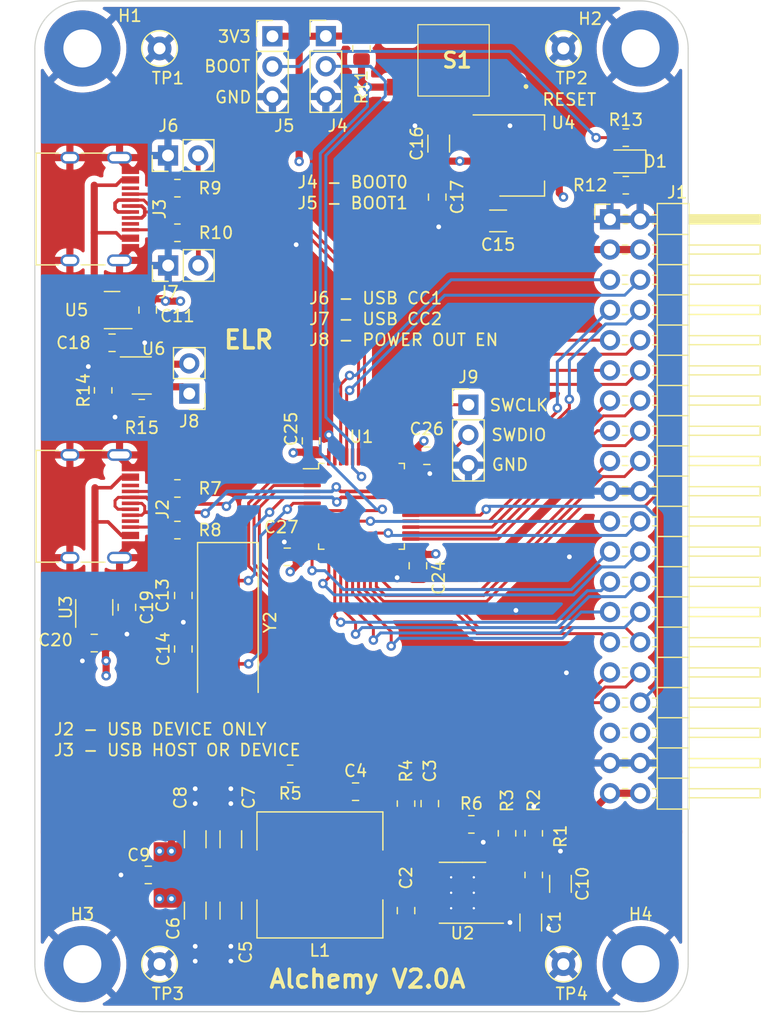
<source format=kicad_pcb>
(kicad_pcb (version 20211014) (generator pcbnew)
  (layers (0 "F.Cu" signal) (1 "In1.Cu" signal) (2 "In2.Cu" signal) (31 "B.Cu" signal) (34 "B.Paste" user) (35 "F.Paste" user) (36 "B.SilkS" user "B.Silkscreen") (37 "F.SilkS" user "F.Silkscreen") (38 "B.Mask" user) (39 "F.Mask" user) (44 "Edge.Cuts" user))
  (net 0 "")
  (net 1 "+3V3")
  (net 2 "Net-(C13-Pad1)")
  (net 3 "Net-(C14-Pad1)")
  (net 4 "Net-(D1-Pad1)")
  (net 5 "/I2C1_SDA")
  (net 6 "/I2C1_SCL")
  (net 7 "/UART1_RX")
  (net 8 "/UART1_TX")
  (net 9 "/SPI1_MOSI")
  (net 10 "/SPI1_MISO")
  (net 11 "/SPI1_SCK")
  (net 12 "/SPI1_NCS")
  (net 13 "/SPI2_MOSI")
  (net 14 "/SPI2_MISO")
  (net 15 "/SPI2_SCK")
  (net 16 "/SPI2_NCS")
  (net 17 "/I2C2_SDA")
  (net 18 "/I2C2_SCL")
  (net 19 "/ADC0")
  (net 20 "/ADC1")
  (net 21 "/ADC2")
  (net 22 "/ADC3")
  (net 23 "/ADC4")
  (net 24 "/ADC5")
  (net 25 "/ADC6")
  (net 26 "/ADC7")
  (net 27 "/ADC8")
  (net 28 "/ADC9")
  (net 29 "/GPIO0")
  (net 30 "/GPIO1")
  (net 31 "/GPIO2")
  (net 32 "/GPIO3")
  (net 33 "Net-(J2-PadA5)")
  (net 34 "/USB1DP")
  (net 35 "/USB1DM")
  (net 37 "Net-(J2-PadB5)")
  (net 39 "Net-(J3-PadA5)")
  (net 41 "Net-(J3-PadB5)")
  (net 43 "/BOOT0")
  (net 44 "Net-(J5-Pad2)")
  (net 45 "/~RESET")
  (net 46 "/BOOT1")
  (net 49 "Net-(C18-Pad1)")
  (net 50 "Net-(C19-Pad1)")
  (net 51 "Net-(R14-Pad1)")
  (net 54 "Net-(C2-Pad2)")
  (net 55 "Net-(R1-Pad1)")
  (net 57 "Net-(R3-Pad2)")
  (net 58 "Net-(C3-Pad1)")
  (net 59 "Net-(C2-Pad1)")
  (net 60 "GND")
  (net 61 "/VM")
  (net 62 "Net-(C3-Pad2)")
  (net 63 "+5V")
  (net 64 "/USB2DP")
  (net 65 "/USB2DM")
  (net 66 "Net-(R9-Pad2)")
  (net 67 "Net-(R10-Pad2)")
  (net 68 "Net-(J8-Pad1)")
  (net 69 "/SWCLK")
  (net 70 "/SWDIO")
  (footprint "Capacitor_SMD:C_0805_2012Metric" (layer "F.Cu") (at 154.25 102.5 -90)
    (fp_text reference "C24")
    (fp_text value "0.1u" hide)
  )
  (footprint "Capacitor_SMD:C_0805_2012Metric" (layer "F.Cu") (at 131.5 81 -90)
    (fp_text reference "C11")
    (fp_text value "0.1u")
  )
  (footprint "Connector_USB:USB_C_Receptacle_HRO_TYPE-C-31-M-12" (layer "F.Cu") (at 126 72.5 -90)
    (fp_text reference "J3")
    (fp_text value "USB_C_Receptacle_USB2.0" hide)
  )
  (footprint "LED_SMD:LED_0805_2012Metric" (layer "F.Cu") (at 171.75 68.5 180)
    (fp_text reference "D1")
    (fp_text value "ORANGE" hide)
  )
  (footprint "TestPoint:TestPoint_Loop_D2.50mm_Drill1.0mm" (layer "F.Cu") (at 132.5 136)
    (fp_text reference "TP3")
    (fp_text value "TestPoint")
  )
  (footprint "SamacSys_Parts:LL3301NF065QG" (layer "F.Cu") (at 157.25 60 180)
    (fp_text reference "S1")
    (fp_text value "LL3301NF065QG" hide)
  )
  (footprint "Resistor_SMD:R_0805_2012Metric" (layer "F.Cu") (at 134 99.5)
    (fp_text reference "R8")
    (fp_text value "5K1" hide)
  )
  (footprint "Connector_PinHeader_2.54mm:PinHeader_1x02_P2.54mm_Vertical" (layer "F.Cu") (at 133.21 68 90)
    (fp_text reference "J6")
    (fp_text value "Conn_01x02")
  )
  (footprint "MountingHole:MountingHole_3.2mm_M3_Pad" (layer "F.Cu") (at 126 136)
    (fp_text reference "H3")
    (fp_text value "MountingHole_Pad")
  )
  (footprint "Resistor_SMD:R_0805_2012Metric" (layer "F.Cu") (at 134 96)
    (fp_text reference "R7")
    (fp_text value "5K1" hide)
  )
  (footprint "Capacitor_SMD:C_0805_2012Metric" (layer "F.Cu") (at 155.25 122.5 90)
    (fp_text reference "C3")
    (fp_text value "2.2n" hide)
  )
  (footprint "Resistor_SMD:R_0805_2012Metric" (layer "F.Cu") (at 171.75 66.5 180)
    (fp_text reference "R13")
    (fp_text value "4.7K" hide)
  )
  (footprint "Inductor_SMD:L_10.4x10.4_H4.8" (layer "F.Cu") (at 146 128.5 180)
    (fp_text reference "L1")
    (fp_text value "100u" hide)
  )
  (footprint "Capacitor_SMD:C_1206_3216Metric" (layer "F.Cu") (at 138.5 125.5 -90)
    (fp_text reference "C7")
    (fp_text value "22u" hide)
  )
  (footprint "Resistor_SMD:R_0805_2012Metric" (layer "F.Cu") (at 161.75 125 -90)
    (fp_text reference "R3")
    (fp_text value "100k" hide)
  )
  (footprint "Connector_PinHeader_2.54mm:PinHeader_2x20_P2.54mm_Horizontal" (layer "F.Cu") (at 170.42 73.37)
    (fp_text reference "J1")
    (fp_text value "Conn_02x20_Odd_Even")
  )
  (footprint "Capacitor_SMD:C_0805_2012Metric" (layer "F.Cu") (at 149 121.5 180)
    (fp_text reference "C4")
    (fp_text value "2.2n" hide)
  )
  (footprint "Capacitor_SMD:C_0805_2012Metric" (layer "F.Cu") (at 134.5 105 -90)
    (fp_text reference "C13")
    (fp_text value "20p" hide)
  )
  (footprint "Capacitor_SMD:C_1206_3216Metric" (layer "F.Cu") (at 138.5 131.5 90)
    (fp_text reference "C5")
    (fp_text value "22u" hide)
  )
  (footprint "Capacitor_SMD:C_0805_2012Metric" (layer "F.Cu") (at 128.5 83.75)
    (fp_text reference "C18")
    (fp_text value "0.1u" hide)
  )
  (footprint "TestPoint:TestPoint_Loop_D2.50mm_Drill1.0mm" (layer "F.Cu") (at 166.5 136)
    (fp_text reference "TP4")
    (fp_text value "TestPoint")
  )
  (footprint "Resistor_SMD:R_0805_2012Metric" (layer "F.Cu") (at 164 128.5 -90)
    (fp_text reference "R1")
    (fp_text value "100k" hide)
  )
  (footprint "Resistor_SMD:R_0805_2012Metric" (layer "F.Cu") (at 143.5 120 180)
    (fp_text reference "R5")
    (fp_text value "330k" hide)
  )
  (footprint "Connector_PinHeader_2.54mm:PinHeader_1x02_P2.54mm_Vertical" (layer "F.Cu") (at 135 88.025 180)
    (fp_text reference "J8")
    (fp_text value "Conn_01x02")
  )
  (footprint "Connector_PinHeader_2.54mm:PinHeader_1x02_P2.54mm_Vertical" (layer "F.Cu") (at 133.225 77.25 90)
    (fp_text reference "J7")
    (fp_text value "Conn_01x02")
  )
  (footprint "Capacitor_SMD:C_1206_3216Metric" (layer "F.Cu") (at 135.5 131.5 90)
    (fp_text reference "C6")
    (fp_text value "22u" hide)
  )
  (footprint "Resistor_SMD:R_0805_2012Metric" (layer "F.Cu") (at 134 74.5)
    (fp_text reference "R10")
    (fp_text value "5K1" hide)
  )
  (footprint "Connector_PinHeader_2.54mm:PinHeader_1x03_P2.54mm_Vertical" (layer "F.Cu") (at 142 57.975)
    (fp_text reference "J5")
    (fp_text value "Conn_01x03" hide)
  )
  (footprint "Resistor_SMD:R_0805_2012Metric" (layer "F.Cu") (at 153.25 122.5 90)
    (fp_text reference "R4")
    (fp_text value "560k" hide)
  )
  (footprint "Connector_PinHeader_2.54mm:PinHeader_1x03_P2.54mm_Vertical" (layer "F.Cu") (at 146.5 57.96)
    (fp_text reference "J4")
    (fp_text value "Conn_01x03" hide)
  )
  (footprint "Capacitor_SMD:C_0805_2012Metric" (layer "F.Cu") (at 127 109 180)
    (fp_text reference "C20")
    (fp_text value "0.1u" hide)
  )
  (footprint "TestPoint:TestPoint_Loop_D2.50mm_Drill1.0mm" (layer "F.Cu") (at 132.5 59)
    (fp_text reference "TP1")
    (fp_text value "TestPoint")
  )
  (footprint "Package_TO_SOT_SMD:SOT-23" (layer "F.Cu") (at 128.5 81 180)
    (fp_text reference "U5")
    (fp_text value "CH213K")
  )
  (footprint "Capacitor_SMD:C_0805_2012Metric" (layer "F.Cu") (at 155.875 71.5 -90)
    (fp_text reference "C17")
    (fp_text value "1u" hide)
  )
  (footprint "Capacitor_SMD:C_0805_2012Metric" (layer "F.Cu") (at 145.25 92 90)
    (fp_text reference "C25")
    (fp_text value "0.1u" hide)
  )
  (footprint "Resistor_SMD:R_0805_2012Metric" (layer "F.Cu") (at 127.75 87.75 90)
    (fp_text reference "R14")
    (fp_text value "4.7k")
  )
  (footprint "Resistor_SMD:R_0805_2012Metric" (layer "F.Cu") (at 171.75 70.5)
    (fp_text reference "R12")
    (fp_text value "470" hide)
  )
  (footprint "Resistor_SMD:R_0805_2012Metric" (layer "F.Cu") (at 149.5 59 -90)
    (fp_text reference "R11")
    (fp_text value "4.7K" hide)
  )
  (footprint "Connector_USB:USB_C_Receptacle_HRO_TYPE-C-31-M-12" (layer "F.Cu") (at 126 97.5 -90)
    (fp_text reference "J2")
    (fp_text value "USB_C_Receptacle_USB2.0" hide)
  )
  (footprint "Capacitor_SMD:C_1206_3216Metric" (layer "F.Cu") (at 135.5 125.5 -90)
    (fp_text reference "C8")
    (fp_text value "22u" hide)
  )
  (footprint "Capacitor_SMD:C_1206_3216Metric" (layer "F.Cu") (at 156 67 90)
    (fp_text reference "C16")
    (fp_text value "10u" hide)
  )
  (footprint "CH32V203:CH32V203C8T6_LQFP-48_7x7mm_P0.5mm" (layer "F.Cu") (at 149.5 97.5)
    (fp_text reference "U1")
    (fp_text value "CH32V203C8T6" hide)
  )
  (footprint "Capacitor_SMD:C_0805_2012Metric" (layer "F.Cu") (at 131.55 128.5)
    (fp_text reference "C9")
    (fp_text value "0.1u" hide)
  )
  (footprint "Package_TO_SOT_SMD:SOT-223-3_TabPin2" (layer "F.Cu") (at 163 68)
    (fp_text reference "U4")
    (fp_text value "AMS1117-3.3" hide)
  )
  (footprint "Capacitor_SMD:C_0805_2012Metric" (layer "F.Cu") (at 134.5 109.5 90)
    (fp_text reference "C14")
    (fp_text value "20p" hide)
  )
  (footprint "Capacitor_SMD:C_0805_2012Metric" (layer "F.Cu") (at 129.75 106 -90)
    (fp_text reference "C19")
    (fp_text value "0.1u" hide)
  )
  (footprint "Resistor_SMD:R_0805_2012Metric" (layer "F.Cu") (at 158.75 124.25 180)
    (fp_text reference "R6")
    (fp_text value "100k" hide)
  )
  (footprint "MountingHole:MountingHole_3.2mm_M3_Pad" (layer "F.Cu") (at 173 59)
    (fp_text reference "H2")
    (fp_text value "MountingHole_Pad")
  )
  (footprint "Package_TO_SOT_SMD:SOT-23-5" (layer "F.Cu") (at 131 86.5)
    (fp_text reference "U6")
    (fp_text value "MT9700")
  )
  (footprint "Resistor_SMD:R_0805_2012Metric" (layer "F.Cu") (at 164 125 -90)
    (fp_text reference "R2")
    (fp_text value "22k" hide)
  )
  (footprint "Resistor_SMD:R_0805_2012Metric" (layer "F.Cu") (at 131 89.25 180)
    (fp_text reference "R15")
    (fp_text value "4.7K")
  )
  (footprint "Crystal:Crystal_SMD_HC49-SD" (layer "F.Cu") (at 138.25 107.25 -90)
    (fp_text reference "Y2")
    (fp_text value "8MHz")
  )
  (footprint "Capacitor_SMD:C_0805_2012Metric" (layer "F.Cu") (at 153.25 131.5 -90)
    (fp_text reference "C2")
    (fp_text value "2.2n" hide)
  )
  (footprint "MountingHole:MountingHole_3.2mm_M3_Pad" (layer "F.Cu") (at 173 136)
    (fp_text reference "H4")
    (fp_text value "MountingHole_Pad")
  )
  (footprint "Package_SO:HSOP-8-1EP_3.9x4.9mm_P1.27mm_EP2.41x3.1mm_ThermalVias" (layer "F.Cu") (at 158 130 180)
    (fp_text reference "U2")
    (fp_text value "LM5164DDA" hide)
  )
  (footprint "Resistor_SMD:R_0805_2012Metric" (layer "F.Cu") (at 134 70.75)
    (fp_text reference "R9")
    (fp_text value "5K1" hide)
  )
  (footprint "Package_TO_SOT_SMD:SOT-23" (layer "F.Cu") (at 127 106 90)
    (fp_text reference "U3")
    (fp_text value "CH213K")
  )
  (footprint "Capacitor_SMD:C_0805_2012Metric" (layer "F.Cu") (at 143.25 101.75 180)
    (fp_text reference "C27")
    (fp_text value "0.1u" hide)
  )
  (footprint "Capacitor_SMD:C_1206_3216Metric" (layer "F.Cu") (at 166.25 129.25 -90)
    (fp_text reference "C10")
    (fp_text value "2.2u")
  )
  (footprint "MountingHole:MountingHole_3.2mm_M3_Pad" (layer "F.Cu") (at 126 59)
    (fp_text reference "H1")
    (fp_text value "MountingHole_Pad")
  )
  (footprint "Capacitor_SMD:C_0805_2012Metric" (layer "F.Cu") (at 155 93.25)
    (fp_text reference "C26")
    (fp_text value "0.1u" hide)
  )
  (footprint "Capacitor_SMD:C_1206_3216Metric" (layer "F.Cu") (at 163.75 132.5 90)
    (fp_text reference "C1")
    (fp_text value "2.2u" hide)
  )
  (footprint "Connector_PinHeader_2.54mm:PinHeader_1x03_P2.54mm_Vertical" (layer "F.Cu") (at 158.5 88.96)
    (fp_text reference "J9")
    (fp_text value "Conn_01x03")
  )
  (footprint "Capacitor_SMD:C_1206_3216Metric" (layer "F.Cu") (at 161 73.5)
    (fp_text reference "C15")
    (fp_text value "10u" hide)
  )
  (footprint "TestPoint:TestPoint_Loop_D2.50mm_Drill1.0mm" (layer "F.Cu") (at 166.5 59)
    (fp_text reference "TP2")
    (fp_text value "TestPoint")
  )
  (gr_arc locked (start 177 136) (mid 175.828427 138.828427) (end 173 140) (layer "Edge.Cuts") (width 0.1))
  (gr_arc locked (start 126 140) (mid 123.171573 138.828427) (end 122 136) (layer "Edge.Cuts") (width 0.1))
  (gr_line locked (start 122 136) (end 122 59) (layer "Edge.Cuts") (width 0.1))
  (gr_arc locked (start 173 55) (mid 175.828427 56.171573) (end 177 59) (layer "Edge.Cuts") (width 0.1))
  (gr_line locked (start 126 55) (end 173 55) (layer "Edge.Cuts") (width 0.1))
  (gr_arc locked (start 122 59) (mid 123.171573 56.171573) (end 126 55) (layer "Edge.Cuts") (width 0.1))
  (gr_line locked (start 173 140) (end 126 140) (layer "Edge.Cuts") (width 0.1))
  (gr_line locked (start 177 59) (end 177 136) (layer "Edge.Cuts") (width 0.1))
  (gr_text "SWDIO" (at 162.75 91.5) (layer "F.SilkS") (effects (font (size 1 1))))
  (gr_text "J4 - BOOT0" (at 148.75 70.25) (layer "F.SilkS") (effects (font (size 1 1))))
  (gr_text "J3 - USB HOST OR DEVICE" (at 123.5 118) (layer "F.SilkS") (effects (font (size 1 1)) (justify left)))
  (gr_text "J8 - POWER OUT EN" (at 145 83.5) (layer "F.SilkS") (effects (font (size 1 1)) (justify left)))
  (gr_text "GND" (at 138.7 63.1) (layer "F.SilkS") (effects (font (size 1 1))))
  (gr_text "J2 - USB DEVICE ONLY" (at 123.5 116.25) (layer "F.SilkS") (effects (font (size 1 1)) (justify left)))
  (gr_text "J7 - USB CC2" (at 145 81.75) (layer "F.SilkS") (effects (font (size 1 1)) (justify left)))
  (gr_text "BOOT" (at 138.2 60.5) (layer "F.SilkS") (effects (font (size 1 1))))
  (gr_text "J5 - BOOT1" (at 148.75 72) (layer "F.SilkS") (effects (font (size 1 1))))
  (gr_text "J6 - USB CC1" (at 145 80) (layer "F.SilkS") (effects (font (size 1 1)) (justify left)))
  (gr_text "ELR" (at 140 83.5) (layer "F.SilkS") (effects (font (size 1.5 1.5) (thickness 0.3))))
  (gr_text "Alchemy V2.0A" (at 150 137.25) (layer "F.SilkS") (effects (font (size 1.5 1.5) (thickness 0.3))))
  (gr_text "GND" (at 162 94) (layer "F.SilkS") (effects (font (size 1 1))))
  (gr_text "RESET" (at 167 63.3) (layer "F.SilkS") (effects (font (size 1 1))))
  (gr_text "3V3" (at 138.8 58) (layer "F.SilkS") (effects (font (size 1 1))))
  (gr_text "SWCLK" (at 162.75 89) (layer "F.SilkS") (effects (font (size 1 1))))
  (segment (start 154.05 93.25) (end 154.05 92.7) (width 0.6) (layer "F.Cu") (net 1))
  (segment (start 154.05 92.7) (end 154.75 92) (width 0.6) (layer "F.Cu") (net 1))
  (segment (start 146.75 93.3375) (end 145.6375 93.3375) (width 0.25) (layer "F.Cu") (net 1))
  (segment (start 144 101.55) (end 144.2 101.75) (width 0.25) (layer "F.Cu") (net 1))
  (segment (start 154.25 101.55) (end 155.7 101.55) (width 0.6) (layer "F.Cu") (net 1))
  (segment (start 146.485 57.975) (end 146.5 57.96) (width 0.6) (layer "F.Cu") (net 1))
  (segment (start 144.2 101.75) (end 144.2 102.3) (width 0.6) (layer "F.Cu") (net 1))
  (segment (start 159.85 68) (end 166.15 68) (width 0.6) (layer "F.Cu") (net 1))
  (segment (start 144.2 102.3) (end 143.5 103) (width 0.6) (layer "F.Cu") (net 1))
  (segment (start 157.775 68.475) (end 159.375 68.475) (width 0.6) (layer "F.Cu") (net 1))
  (segment (start 159.375 68.475) (end 159.85 68) (width 0.6) (layer "F.Cu") (net 1))
  (segment (start 154.1375 101.6625) (end 154.25 101.55) (width 0.25) (layer "F.Cu") (net 1))
  (segment (start 144.225 57.975) (end 146.485 57.975) (width 0.6) (layer "F.Cu") (net 1))
  (segment (start 142 57.975) (end 144.225 57.975) (width 0.6) (layer "F.Cu") (net 1))
  (segment (start 156 70.425) (end 155.875 70.55) (width 0.6) (layer "F.Cu") (net 1))
  (segment (start 145.3375 98.75) (end 144.5 98.75) (width 0.25) (layer "F.Cu") (net 1))
  (segment (start 145.25 92.95) (end 143.8 92.95) (width 0.6) (layer "F.Cu") (net 1))
  (segment (start 166.15 68) (end 166.15 71.15) (width 0.6) (layer "F.Cu") (net 1))
  (segment (start 145.3375 93.0375) (end 145.25 92.95) (width 0.25) (layer "F.Cu") (net 1))
  (segment (start 156 68.475) (end 157.775 68.475) (width 0.6) (layer "F.Cu") (net 1))
  (segment (start 149.3725 57.96) (end 149.5 58.0875) (width 0.6) (layer "F.Cu") (net 1))
  (segment (start 153.6625 93.6375) (end 154.05 93.25) (width 0.25) (layer "F.Cu") (net 1))
  (segment (start 144.5 98.75) (end 144 99.25) (width 0.25) (layer "F.Cu") (net 1))
  (segment (start 156 68.475) (end 156 70.425) (width 0.6) (layer "F.Cu") (net 1))
  (segment (start 144.25 58) (end 144.225 57.975) (width 0.6) (layer "F.Cu") (net 1))
  (segment (start 145.3375 94.75) (end 145.3375 93.0375) (width 0.25) (layer "F.Cu") (net 1))
  (segment (start 144.25 68.5) (end 144.25 58) (width 0.6) (layer "F.Cu") (net 1))
  (segment (start 170.8125 68.5) (end 166.65 68.5) (width 0.6) (layer "F.Cu") (net 1))
  (segment (start 144 99.25) (end 144 101.55) (width 0.25) (layer "F.Cu") (net 1))
  (segment (start 153.6625 94.75) (end 153.6625 93.6375) (width 0.25) (layer "F.Cu") (net 1))
  (segment (start 166.65 68.5) (end 166.15 68) (width 0.6) (layer "F.Cu") (net 1))
  (segment (start 152.25 101.6625) (end 154.1375 101.6625) (width 0.25) (layer "F.Cu") (net 1))
  (segment (start 166.15 71.15) (end 166.5 71.5) (width 0.6) (layer "F.Cu") (net 1))
  (segment (start 146.5 57.96) (end 149.3725 57.96) (width 0.6) (layer "F.Cu") (net 1))
  (segment (start 145.6375 93.3375) (end 145.25 92.95) (width 0.25) (layer "F.Cu") (net 1))
  (segment (start 143.8 92.95) (end 143.75 93) (width 0.6) (layer "F.Cu") (net 1))
  (segment (start 155.7 101.55) (end 155.75 101.5) (width 0.6) (layer "F.Cu") (net 1))
  (via (at 154.75 92) (size 0.8) (drill 0.4) (layers "F.Cu" "B.Cu") (net 1))
  (via (at 157.775 68.475) (size 0.8) (drill 0.4) (layers "F.Cu" "B.Cu") (net 1))
  (via (at 143.5 103) (size 0.8) (drill 0.4) (layers "F.Cu" "B.Cu") (net 1))
  (via (at 166.5 71.5) (size 0.8) (drill 0.4) (layers "F.Cu" "B.Cu") (net 1))
  (via (at 143.75 93) (size 0.8) (drill 0.4) (layers "F.Cu" "B.Cu") (net 1))
  (via (at 144.25 68.5) (size 0.8) (drill 0.4) (layers "F.Cu" "B.Cu") (net 1))
  (via (at 155.75 101.5) (size 0.8) (drill 0.4) (layers "F.Cu" "B.Cu") (net 1))
  (segment (start 134.5 104.05) (end 135.55 103) (width 0.3) (layer "F.Cu") (net 2))
  (segment (start 139 103.75) (end 138.25 103) (width 0.3) (layer "F.Cu") (net 2))
  (segment (start 139.976305 103.75) (end 139 103.75) (width 0.3) (layer "F.Cu") (net 2))
  (segment (start 141.762299 98) (end 143.012299 96.75) (width 0.25) (layer "F.Cu") (net 2))
  (segment (start 143.012299 96.75) (end 145.3375 96.75) (width 0.25) (layer "F.Cu") (net 2))
  (segment (start 135.55 103) (end 138.25 103) (width 0.3) (layer "F.Cu") (net 2))
  (via (at 139.976305 103.75) (size 0.8) (drill 0.4) (layers "F.Cu" "B.Cu") (net 2))
  (via (at 141.762299 98) (size 0.8) (drill 0.4) (layers "F.Cu" "B.Cu") (net 2))
  (segment (start 140.5 103.25) (end 140 103.75) (width 0.25) (layer "B.Cu") (net 2))
  (segment (start 141.762299 98) (end 140.5 99.262299) (width 0.25) (layer "B.Cu") (net 2))
  (segment (start 140.5 99.262299) (end 140.5 103.25) (width 0.25) (layer "B.Cu") (net 2))
  (segment (start 140 103.75) (end 139.976305 103.75) (width 0.25) (layer "B.Cu") (net 2))
  (segment (start 143.25 97.75) (end 143.75 97.25) (width 0.25) (layer "F.Cu") (net 3))
  (segment (start 134.5 110.45) (end 135.55 111.5) (width 0.3) (layer "F.Cu") (net 3))
  (segment (start 139 110.75) (end 138.25 111.5) (width 0.3) (layer "F.Cu") (net 3))
  (segment (start 135.55 111.5) (end 138.25 111.5) (width 0.3) (layer "F.Cu") (net 3))
  (segment (start 143.75 97.25) (end 145.3375 97.25) (width 0.25) (layer "F.Cu") (net 3))
  (segment (start 140 110.75) (end 139 110.75) (width 0.3) (layer "F.Cu") (net 3))
  (via (at 140 110.75) (size 0.8) (drill 0.4) (layers "F.Cu" "B.Cu") (net 3))
  (via (at 143.25 97.75) (size 0.8) (drill 0.4) (layers "F.Cu" "B.Cu") (net 3))
  (segment (start 141 100) (end 141 109.75) (width 0.25) (layer "B.Cu") (net 3))
  (segment (start 141 109.75) (end 140 110.75) (width 0.25) (layer "B.Cu") (net 3))
  (segment (start 143.25 97.75) (end 141 100) (width 0.25) (layer "B.Cu") (net 3))
  (segment (start 172.6625 70.5) (end 172.6625 68.525) (width 0.6) (layer "F.Cu") (net 4))
  (segment (start 172.6625 68.525) (end 172.6875 68.5) (width 0.6) (layer "F.Cu") (net 4))
  (segment (start 147.75 93.3375) (end 147.75 87.25) (width 0.25) (layer "F.Cu") (net 5))
  (segment (start 147.75 87.25) (end 148.5 86.5) (width 0.25) (layer "F.Cu") (net 5))
  (via (at 148.5 86.5) (size 0.8) (drill 0.4) (layers "F.Cu" "B.Cu") (net 5))
  (segment (start 149 86.5) (end 157.05 78.45) (width 0.25) (layer "B.Cu") (net 5))
  (segment (start 148.5 86.5) (end 149 86.5) (width 0.25) (layer "B.Cu") (net 5))
  (segment (start 157.05 78.45) (end 170.42 78.45) (width 0.25) (layer "B.Cu") (net 5))
  (segment (start 148.25 88) (end 148.5 87.75) (width 0.25) (layer "F.Cu") (net 6))
  (segment (start 148.25 93.3375) (end 148.25 88) (width 0.25) (layer "F.Cu") (net 6))
  (via (at 148.5 87.75) (size 0.8) (drill 0.4) (layers "F.Cu" "B.Cu") (net 6))
  (segment (start 156.5 79.75) (end 171.66 79.75) (width 0.25) (layer "B.Cu") (net 6))
  (segment (start 171.66 79.75) (end 172.96 78.45) (width 0.25) (layer "B.Cu") (net 6))
  (segment (start 148.5 87.75) (end 156.5 79.75) (width 0.25) (layer "B.Cu") (net 6))
  (segment (start 165.987701 89.237701) (end 165.987701 89.512299) (width 0.25) (layer "F.Cu") (net 7))
  (segment (start 158.25 97.25) (end 153.6625 97.25) (width 0.25) (layer "F.Cu") (net 7))
  (segment (start 165.987701 89.512299) (end 158.25 97.25) (width 0.25) (layer "F.Cu") (net 7))
  (via (at 165.987701 89.237701) (size 0.8) (drill 0.4) (layers "F.Cu" "B.Cu") (net 7))
  (segment (start 165.987701 85.357299) (end 165.987701 89.237701) (width 0.25) (layer "B.Cu") (net 7))
  (segment (start 165.987701 85.357299) (end 170.355 80.99) (width 0.25) (layer "B.Cu") (net 7))
  (segment (start 170.355 80.99) (end 170.42 80.99) (width 0.25) (layer "B.Cu") (net 7))
  (segment (start 167 89.25) (end 167 88.5) (width 0.25) (layer "F.Cu") (net 8))
  (segment (start 153.6625 97.75) (end 158.5 97.75) (width 0.25) (layer "F.Cu") (net 8))
  (segment (start 158.5 97.75) (end 160.75 95.5) (width 0.25) (layer "F.Cu") (net 8))
  (segment (start 160.75 95.5) (end 167 89.25) (width 0.25) (layer "F.Cu") (net 8))
  (via (at 167 88.5) (size 0.8) (drill 0.4) (layers "F.Cu" "B.Cu") (net 8))
  (segment (start 170.054479 82.169511) (end 171.780489 82.169511) (width 0.25) (layer "B.Cu") (net 8))
  (segment (start 171.780489 82.169511) (end 172.96 80.99) (width 0.25) (layer "B.Cu") (net 8))
  (segment (start 167 88.5) (end 167 85.22399) (width 0.25) (layer "B.Cu") (net 8))
  (segment (start 167 85.22399) (end 170.054479 82.169511) (width 0.25) (layer "B.Cu") (net 8))
  (segment (start 150.25 92.029289) (end 158.749289 83.53) (width 0.25) (layer "F.Cu") (net 9))
  (segment (start 150.25 93.3375) (end 150.25 92.029289) (width 0.25) (layer "F.Cu") (net 9))
  (segment (start 158.749289 83.53) (end 170.42 83.53) (width 0.25) (layer "F.Cu") (net 9))
  (segment (start 158.205685 84.71) (end 171.78 84.71) (width 0.25) (layer "F.Cu") (net 10))
  (segment (start 171.78 84.71) (end 172.96 83.53) (width 0.25) (layer "F.Cu") (net 10))
  (segment (start 150.75 92.165685) (end 158.205685 84.71) (width 0.25) (layer "F.Cu") (net 10))
  (segment (start 150.75 93.3375) (end 150.75 92.165685) (width 0.25) (layer "F.Cu") (net 10))
  (segment (start 157.482081 86.07) (end 170.42 86.07) (width 0.25) (layer "F.Cu") (net 11))
  (segment (start 151.25 93.3375) (end 151.25 92.302081) (width 0.25) (layer "F.Cu") (net 11))
  (segment (start 151.25 92.302081) (end 157.482081 86.07) (width 0.25) (layer "F.Cu") (net 11))
  (segment (start 151.75 93.3375) (end 151.75 92.438477) (width 0.25) (layer "F.Cu") (net 12))
  (segment (start 171.78 87.25) (end 172.96 86.07) (width 0.25) (layer "F.Cu") (net 12))
  (segment (start 151.75 92.438477) (end 156.938477 87.25) (width 0.25) (layer "F.Cu") (net 12))
  (segment (start 156.938477 87.25) (end 171.78 87.25) (width 0.25) (layer "F.Cu") (net 12))
  (segment (start 160.25 98.75) (end 170.39 88.61) (width 0.25) (layer "F.Cu") (net 13))
  (segment (start 170.39 88.61) (end 170.42 88.61) (width 0.25) (layer "F.Cu") (net 13))
  (segment (start 153.6625 98.75) (end 160.25 98.75) (width 0.25) (layer "F.Cu") (net 13))
  (segment (start 160.5 99.25) (end 169.85 89.9) (width 0.25) (layer "F.Cu") (net 14))
  (segment (start 169.85 89.9) (end 171.67 89.9) (width 0.25) (layer "F.Cu") (net 14))
  (segment (start 171.67 89.9) (end 172.96 88.61) (width 0.25) (layer "F.Cu") (net 14))
  (segment (start 153.6625 99.25) (end 160.5 99.25) (width 0.25) (layer "F.Cu") (net 14))
  (segment (start 160.75 99.75) (end 169.35 91.15) (width 0.25) (layer "F.Cu") (net 15))
  (segment (start 153.6625 99.75) (end 160.75 99.75) (width 0.25) (layer "F.Cu") (net 15))
  (segment (start 169.35 91.15) (end 170.42 91.15) (width 0.25) (layer "F.Cu") (net 15))
  (segment (start 161 100.25) (end 168.85 92.4) (width 0.25) (layer "F.Cu") (net 16))
  (segment (start 153.6625 100.25) (end 161 100.25) (width 0.25) (layer "F.Cu") (net 16))
  (segment (start 168.85 92.4) (end 171.71 92.4) (width 0.25) (layer "F.Cu") (net 16))
  (segment (start 171.71 92.4) (end 172.96 91.15) (width 0.25) (layer "F.Cu") (net 16))
  (segment (start 159.6 104.5) (end 169.5 94.6) (width 0.25) (layer "F.Cu") (net 17))
  (segment (start 151.25 103.75) (end 152 104.5) (width 0.25) (layer "F.Cu") (net 17))
  (segment (start 152 104.5) (end 159.6 104.5) (width 0.25) (layer "F.Cu") (net 17))
  (segment (start 151.25 101.6625) (end 151.25 103.75) (width 0.25) (layer "F.Cu") (net 17))
  (segment (start 169.5 94.6) (end 169.51 94.6) (width 0.25) (layer "F.Cu") (net 17))
  (segment (start 169.51 94.6) (end 170.42 93.69) (width 0.25) (layer "F.Cu") (net 17))
  (segment (start 171.65 95) (end 172.96 93.69) (width 0.25) (layer "F.Cu") (net 18))
  (segment (start 159.8 105) (end 169.8 95) (width 0.25) (layer "F.Cu") (net 18))
  (segment (start 150.75 104.25) (end 151.5 105) (width 0.25) (layer "F.Cu") (net 18))
  (segment (start 151.5 105) (end 159.8 105) (width 0.25) (layer "F.Cu") (net 18))
  (segment (start 169.8 95) (end 171.65 95) (width 0.25) (layer "F.Cu") (net 18))
  (segment (start 150.75 101.6625) (end 150.75 104.25) (width 0.25) (layer "F.Cu") (net 18))
  (segment (start 146.640685 98.75) (end 146.140685 99.25) (width 0.25) (layer "F.Cu") (net 19))
  (segment (start 146.140685 99.25) (end 145.3375 99.25) (width 0.25) (layer "F.Cu") (net 19))
  (segment (start 150.25 98.75) (end 146.640685 98.75) (width 0.25) (layer "F.Cu") (net 19))
  (via (at 150.25 98.75) (size 0.8) (drill 0.4) (layers "F.Cu" "B.Cu") (net 19))
  (segment (start 150.27 98.77) (end 170.42 98.77) (width 0.25) (layer "B.Cu") (net 19))
  (segment (start 151.75 99.75) (end 145.3375 99.75) (width 0.25) (layer "F.Cu") (net 20))
  (via (at 151.75 99.75) (size 0.8) (drill 0.4) (layers "F.Cu" "B.Cu") (net 20))
  (segment (start 151.75 99.75) (end 151.95 99.95) (width 0.25) (layer "B.Cu") (net 20))
  (segment (start 171.78 99.95) (end 172.96 98.77) (width 0.25) (layer "B.Cu") (net 20))
  (segment (start 151.95 99.95) (end 171.78 99.95) (width 0.25) (layer "B.Cu") (net 20))
  (segment (start 145.3375 102.9125) (end 145.3375 100.25) (width 0.25) (layer "F.Cu") (net 21))
  (via (at 145.3375 102.9125) (size 0.8) (drill 0.4) (layers "F.Cu" "B.Cu") (net 21))
  (segment (start 146.4125 102.9125) (end 145.3375 102.9125) (width 0.25) (layer "B.Cu") (net 21))
  (segment (start 170.355 101.31) (end 167.165 104.5) (width 0.25) (layer "B.Cu") (net 21))
  (segment (start 167.165 104.5) (end 148 104.5) (width 0.25) (layer "B.Cu") (net 21))
  (segment (start 148 104.5) (end 146.4125 102.9125) (width 0.25) (layer "B.Cu") (net 21))
  (segment (start 170.42 101.31) (end 170.355 101.31) (width 0.25) (layer "B.Cu") (net 21))
  (segment (start 146.75 103.5) (end 146.25 104) (width 0.25) (layer "F.Cu") (net 22))
  (segment (start 146.75 101.6625) (end 146.75 103.5) (width 0.25) (layer "F.Cu") (net 22))
  (via (at 146.25 104) (size 0.8) (drill 0.4) (layers "F.Cu" "B.Cu") (net 22))
  (segment (start 147.2 104.95) (end 167.351396 104.95) (width 0.25) (layer "B.Cu") (net 22))
  (segment (start 146.25 104) (end 147.2 104.95) (width 0.25) (layer "B.Cu") (net 22))
  (segment (start 169.701396 102.6) (end 171.67 102.6) (width 0.25) (layer "B.Cu") (net 22))
  (segment (start 171.67 102.6) (end 172.96 101.31) (width 0.25) (layer "B.Cu") (net 22))
  (segment (start 167.351396 104.95) (end 169.701396 102.6) (width 0.25) (layer "B.Cu") (net 22))
  (segment (start 147.75 107.25) (end 147.25 106.75) (width 0.25) (layer "F.Cu") (net 23))
  (segment (start 147.25 106.75) (end 147.25 101.6625) (width 0.25) (layer "F.Cu") (net 23))
  (via (at 147.75 107.25) (size 0.8) (drill 0.4) (layers "F.Cu" "B.Cu") (net 23))
  (segment (start 147.75 107.25) (end 165.863604 107.25) (width 0.25) (layer "B.Cu") (net 23))
  (segment (start 168.513604 104.6) (end 169.67 104.6) (width 0.25) (layer "B.Cu") (net 23))
  (segment (start 165.863604 107.25) (end 168.513604 104.6) (width 0.25) (layer "B.Cu") (net 23))
  (segment (start 169.67 104.6) (end 170.42 103.85) (width 0.25) (layer "B.Cu") (net 23))
  (segment (start 149 108.25) (end 149 107.25) (width 0.25) (layer "F.Cu") (net 24))
  (segment (start 147.75 106) (end 147.75 101.6625) (width 0.25) (layer "F.Cu") (net 24))
  (segment (start 149 107.25) (end 147.75 106) (width 0.25) (layer "F.Cu") (net 24))
  (via (at 149 108.25) (size 0.8) (drill 0.4) (layers "F.Cu" "B.Cu") (net 24))
  (segment (start 149 108.25) (end 149.55 107.7) (width 0.25) (layer "B.Cu") (net 24))
  (segment (start 166.05 107.7) (end 168.65 105.1) (width 0.25) (layer "B.Cu") (net 24))
  (segment (start 171.71 105.1) (end 172.96 103.85) (width 0.25) (layer "B.Cu") (net 24))
  (segment (start 168.65 105.1) (end 171.71 105.1) (width 0.25) (layer "B.Cu") (net 24))
  (segment (start 149.55 107.7) (end 166.05 107.7) (width 0.25) (layer "B.Cu") (net 24))
  (segment (start 150.5 108.75) (end 150.5 107.75) (width 0.25) (layer "F.Cu") (net 25))
  (segment (start 148.25 105.5) (end 148.25 101.6625) (width 0.25) (layer "F.Cu") (net 25))
  (segment (start 150.5 107.75) (end 148.25 105.5) (width 0.25) (layer "F.Cu") (net 25))
  (via (at 150.5 108.75) (size 0.8) (drill 0.4) (layers "F.Cu" "B.Cu") (net 25))
  (segment (start 151.1 108.15) (end 166.236396 108.15) (width 0.25) (layer "B.Cu") (net 25))
  (segment (start 150.5 108.75) (end 151.1 108.15) (width 0.25) (layer "B.Cu") (net 25))
  (segment (start 167.996396 106.39) (end 170.42 106.39) (width 0.25) (layer "B.Cu") (net 25))
  (segment (start 166.236396 108.15) (end 167.996396 106.39) (width 0.25) (layer "B.Cu") (net 25))
  (segment (start 152 109.25) (end 152 108.045584) (width 0.25) (layer "F.Cu") (net 26))
  (segment (start 148.75 104.795584) (end 148.75 101.6625) (width 0.25) (layer "F.Cu") (net 26))
  (segment (start 152 108.045584) (end 148.75 104.795584) (width 0.25) (layer "F.Cu") (net 26))
  (via (at 152 109.25) (size 0.8) (drill 0.4) (layers "F.Cu" "B.Cu") (net 26))
  (segment (start 171.65 107.7) (end 172.96 106.39) (width 0.25) (layer "B.Cu") (net 26))
  (segment (start 167.322792 107.7) (end 171.65 107.7) (width 0.25) (layer "B.Cu") (net 26))
  (segment (start 152.65 108.6) (end 166.422792 108.6) (width 0.25) (layer "B.Cu") (net 26))
  (segment (start 152 109.25) (end 152.65 108.6) (width 0.25) (layer "B.Cu") (net 26))
  (segment (start 166.422792 108.6) (end 167.322792 107.7) (width 0.25) (layer "B.Cu") (net 26))
  (segment (start 151.040812 106.45) (end 157.45 106.45) (width 0.25) (layer "F.Cu") (net 27))
  (segment (start 157.45 106.45) (end 159.21 108.21) (width 0.25) (layer "F.Cu") (net 27))
  (segment (start 149.25 101.6625) (end 149.25 104.659188) (width 0.25) (layer "F.Cu") (net 27))
  (segment (start 149.25 104.659188) (end 151.040812 106.45) (width 0.25) (layer "F.Cu") (net 27))
  (segment (start 169.7 108.21) (end 170.42 108.93) (width 0.25) (layer "F.Cu") (net 27))
  (segment (start 159.21 108.21) (end 169.7 108.21) (width 0.25) (layer "F.Cu") (net 27))
  (segment (start 151.227208 106) (end 157.636396 106) (width 0.25) (layer "F.Cu") (net 28))
  (segment (start 157.636396 106) (end 159.336396 107.7) (width 0.25) (layer "F.Cu") (net 28))
  (segment (start 149.75 101.6625) (end 149.75 104.522792) (width 0.25) (layer "F.Cu") (net 28))
  (segment (start 171.73 107.7) (end 172.96 108.93) (width 0.25) (layer "F.Cu") (net 28))
  (segment (start 159.336396 107.7) (end 171.73 107.7) (width 0.25) (layer "F.Cu") (net 28))
  (segment (start 149.75 104.522792) (end 151.227208 106) (width 0.25) (layer "F.Cu") (net 28))
  (segment (start 140.9 97.6) (end 140.9 102.15) (width 0.25) (layer "F.Cu") (net 29))
  (segment (start 140.9 102.15) (end 151.865 113.115) (width 0.25) (layer "F.Cu") (net 29))
  (segment (start 168.775 113.115) (end 170.42 111.47) (width 0.25) (layer "F.Cu") (net 29))
  (segment (start 151.865 113.115) (end 168.775 113.115) (width 0.25) (layer "F.Cu") (net 29))
  (segment (start 142.25 96.25) (end 140.9 97.6) (width 0.25) (layer "F.Cu") (net 29))
  (segment (start 145.3375 96.25) (end 142.25 96.25) (width 0.25) (layer "F.Cu") (net 29))
  (segment (start 140.45 97.413604) (end 140.45 102.336396) (width 0.25) (layer "F.Cu") (net 30))
  (segment (start 171.73 112.7) (end 172.96 111.47) (width 0.25) (layer "F.Cu") (net 30))
  (segment (start 169.138299 113.565) (end 170.003299 112.7) (width 0.25) (layer "F.Cu") (net 30))
  (segment (start 151.678604 113.565) (end 169.138299 113.565) (width 0.25) (layer "F.Cu") (net 30))
  (segment (start 140.45 102.336396) (end 151.678604 113.565) (width 0.25) (layer "F.Cu") (net 30))
  (segment (start 142.113604 95.75) (end 140.45 97.413604) (width 0.25) (layer "F.Cu") (net 30))
  (segment (start 145.3375 95.75) (end 142.113604 95.75) (width 0.25) (layer "F.Cu") (net 30))
  (segment (start 170.003299 112.7) (end 171.73 112.7) (width 0.25) (layer "F.Cu") (net 30))
  (segment (start 140 102.522792) (end 140 97.227208) (width 0.25) (layer "F.Cu") (net 31))
  (segment (start 151.492208 114.015) (end 170.415 114.015) (width 0.25) (layer "F.Cu") (net 31))
  (segment (start 141.977208 95.25) (end 145.3375 95.25) (width 0.25) (layer "F.Cu") (net 31))
  (segment (start 140 97.227208) (end 141.977208 95.25) (width 0.25) (layer "F.Cu") (net 31))
  (segment (start 170.415 114.015) (end 170.42 114.01) (width 0.25) (layer "F.Cu") (net 31))
  (segment (start 151.492208 114.015) (end 140 102.522792) (width 0.25) (layer "F.Cu") (net 31))
  (segment (start 160 97.75) (end 159.5 98.25) (width 0.25) (layer "F.Cu") (net 32))
  (segment (start 159.5 98.25) (end 153.6625 98.25) (width 0.25) (layer "F.Cu") (net 32))
  (via (at 160 97.75) (size 0.8) (drill 0.4) (layers "F.Cu" "B.Cu") (net 32))
  (segment (start 174.3 112.67) (end 172.96 114.01) (width 0.25) (layer "B.Cu") (net 32))
  (segment (start 160.25 97.5) (end 173.4 97.5) (width 0.25) (layer "B.Cu") (net 32))
  (segment (start 173.4 97.5) (end 174.3 98.4) (width 0.25) (layer "B.Cu") (net 32))
  (segment (start 174.3 98.4) (end 174.3 112.67) (width 0.25) (layer "B.Cu") (net 32))
  (segment (start 160 97.75) (end 160.25 97.5) (width 0.25) (layer "B.Cu") (net 32))
  (segment (start 130.045 96.25) (end 132.8375 96.25) (width 0.25) (layer "F.Cu") (net 33))
  (segment (start 132.8375 96.25) (end 133.0875 96) (width 0.25) (layer "F.Cu") (net 33))
  (segment (start 130.045 98.25) (end 131 98.25) (width 0.25) (layer "F.Cu") (net 34))
  (segment (start 147.75 96.25) (end 153.6625 96.25) (width 0.3) (layer "F.Cu") (net 34))
  (segment (start 131 98.25) (end 131.25 98) (width 0.25) (layer "F.Cu") (net 34))
  (segment (start 136.25 98) (end 131.25 98) (width 0.3) (layer "F.Cu") (net 34))
  (segment (start 131.25 97.5) (end 131.25 98) (width 0.25) (layer "F.Cu") (net 34))
  (segment (start 136.34467 98.09467) (end 136.25 98) (width 0.3) (layer "F.Cu") (net 34))
  (segment (start 131 97.25) (end 131.25 97.5) (width 0.25) (layer "F.Cu") (net 34))
  (segment (start 147.375 95.875) (end 147.75 96.25) (width 0.3) (layer "F.Cu") (net 34))
  (segment (start 130.045 97.25) (end 131 97.25) (width 0.25) (layer "F.Cu") (net 34))
  (via (at 147.375 95.875) (size 0.8) (drill 0.4) (layers "F.Cu" "B.Cu") (net 34))
  (via (at 136.34467 98.09467) (size 0.8) (drill 0.4) (layers "F.Cu" "B.Cu") (net 34))
  (segment (start 136.34467 98.09467) (end 138.18934 96.25) (width 0.3) (layer "B.Cu") (net 34))
  (segment (start 147 96.25) (end 147.375 95.875) (width 0.3) (layer "B.Cu") (net 34))
  (segment (start 138.18934 96.25) (end 147 96.25) (width 0.3) (layer "B.Cu") (net 34))
  (segment (start 129.02 96.75) (end 128.75 97.02) (width 0.25) (layer "F.Cu") (net 35))
  (segment (start 138.125 97.5) (end 137.928248 97.303248) (width 0.3) (layer "F.Cu") (net 35))
  (segment (start 131.933578 97.303248) (end 131.38033 96.75) (width 0.3) (layer "F.Cu") (net 35))
  (segment (start 137.928248 97.303248) (end 131.933578 97.303248) (width 0.3) (layer "F.Cu") (net 35))
  (segment (start 130.045 96.75) (end 129.02 96.75) (width 0.25) (layer "F.Cu") (net 35))
  (segment (start 147.420091 97.139865) (end 147.809956 96.75) (width 0.3) (layer "F.Cu") (net 35))
  (segment (start 130.045 96.75) (end 131.38033 96.75) (width 0.3) (layer "F.Cu") (net 35))
  (segment (start 128.75 97.02) (end 128.75 97.5) (width 0.25) (layer "F.Cu") (net 35))
  (segment (start 128.75 97.5) (end 129 97.75) (width 0.25) (layer "F.Cu") (net 35))
  (segment (start 147.809956 96.75) (end 153.6625 96.75) (width 0.3) (layer "F.Cu") (net 35))
  (segment (start 129 97.75) (end 130.045 97.75) (width 0.25) (layer "F.Cu") (net 35))
  (via (at 147.420091 97.139865) (size 0.8) (drill 0.4) (layers "F.Cu" "B.Cu") (net 35))
  (via (at 138.125 97.5) (size 0.8) (drill 0.4) (layers "F.Cu" "B.Cu") (net 35))
  (segment (start 138.875 96.75) (end 138.125 97.5) (width 0.3) (layer "B.Cu") (net 35))
  (segment (start 147.030226 96.75) (end 147.420091 97.139865) (width 0.3) (layer "B.Cu") (net 35))
  (segment (start 138.875 96.75) (end 147.030226 96.75) (width 0.3) (layer "B.Cu") (net 35))
  (segment (start 132.8375 99.25) (end 133.0875 99.5) (width 0.25) (layer "F.Cu") (net 37))
  (segment (start 130.045 99.25) (end 132.8375 99.25) (width 0.25) (layer "F.Cu") (net 37))
  (segment (start 130.045 71.25) (end 132.5875 71.25) (width 0.25) (layer "F.Cu") (net 39))
  (segment (start 132.5875 71.25) (end 133.0875 70.75) (width 0.25) (layer "F.Cu") (net 39))
  (segment (start 130.045 74.25) (end 132.8375 74.25) (width 0.25) (layer "F.Cu") (net 41))
  (segment (start 132.8375 74.25) (end 133.0875 74.5) (width 0.25) (layer "F.Cu") (net 41))
  (segment (start 148.75 93.3375) (end 148.75 94.25) (width 0.25) (layer "F.Cu") (net 43))
  (segment (start 148.75 94.25) (end 149.5 95) (width 0.25) (layer "F.Cu") (net 43))
  (via (at 149.5 95) (size 0.8) (drill 0.4) (layers "F.Cu" "B.Cu") (net 43))
  (segment (start 150.25 60.5) (end 151.5 61.75) (width 0.25) (layer "B.Cu") (net 43))
  (segment (start 151.5 61.75) (end 151.5 63) (width 0.25) (layer "B.Cu") (net 43))
  (segment (start 148.75 94.25) (end 149.5 95) (width 0.25) (layer "B.Cu") (net 43))
  (segment (start 146.5 90) (end 148.75 92.25) (width 0.25) (layer "B.Cu") (net 43))
  (segment (start 146.5 68) (end 146.5 90) (width 0.25) (layer "B.Cu") (net 43))
  (segment (start 151.5 63) (end 146.5 68) (width 0.25) (layer "B.Cu") (net 43))
  (segment (start 148.75 92.25) (end 148.75 94.25) (width 0.25) (layer "B.Cu") (net 43))
  (segment (start 146.5 60.5) (end 150.25 60.5) (width 0.25) (layer "B.Cu") (net 43))
  (segment (start 170.8375 66.5) (end 169.25 66.5) (width 0.25) (layer "F.Cu") (net 44))
  (via (at 169.25 66.5) (size 0.8) (drill 0.4) (layers "F.Cu" "B.Cu") (net 44))
  (segment (start 144.235 60.515) (end 142 60.515) (width 0.25) (layer "B.Cu") (net 44))
  (segment (start 162 59.25) (end 145.5 59.25) (width 0.25) (layer "B.Cu") (net 44))
  (segment (start 169.25 66.5) (end 162 59.25) (width 0.25) (layer "B.Cu") (net 44))
  (segment (start 145.5 59.25) (end 144.235 60.515) (width 0.25) (layer "B.Cu") (net 44))
  (segment (start 151.135135 97.864865) (end 146.25555 97.864865) (width 0.25) (layer "F.Cu") (net 45))
  (segment (start 146.140685 97.75) (end 145.3375 97.75) (width 0.25) (layer "F.Cu") (net 45))
  (segment (start 149.5 61.75) (end 150 62.25) (width 0.6) (layer "F.Cu") (net 45))
  (segment (start 146.25555 97.864865) (end 146.140685 97.75) (width 0.25) (layer "F.Cu") (net 45))
  (segment (start 149.5 59.9125) (end 149.5 61.75) (width 0.6) (layer "F.Cu") (net 45))
  (segment (start 152.7 62.25) (end 150 62.25) (width 0.6) (layer "F.Cu") (net 45))
  (segment (start 151.25 97.75) (end 151.135135 97.864865) (width 0.25) (layer "F.Cu") (net 45))
  (via (at 151.25 97.75) (size 0.8) (drill 0.4) (layers "F.Cu" "B.Cu") (net 45))
  (via (at 150 62.25) (size 0.8) (drill 0.4) (layers "F.Cu" "B.Cu") (net 45))
  (segment (start 150 63.864282) (end 146.025489 67.838793) (width 0.25) (layer "B.Cu") (net 45))
  (segment (start 150.75 97.75) (end 151.25 97.75) (width 0.25) (layer "B.Cu") (net 45))
  (segment (start 146.025489 93.025489) (end 150.75 97.75) (width 0.25) (layer "B.Cu") (net 45))
  (segment (start 146.025489 67.838793) (end 146.025489 93.025489) (width 0.25) (layer "B.Cu") (net 45))
  (segment (start 150 62.25) (end 150 63.864282) (width 0.25) (layer "B.Cu") (net 45))
  (segment (start 168.033896 97.5) (end 160.033896 105.5) (width 0.25) (layer "F.Cu") (net 46))
  (segment (start 173.5 66.5) (end 174.25 67.25) (width 0.25) (layer "F.Cu") (net 46))
  (segment (start 150.25 104.386396) (end 150.25 101.6625) (width 0.25) (layer "F.Cu") (net 46))
  (segment (start 174.25 96.60101) (end 173.35101 97.5) (width 0.25) (layer "F.Cu") (net 46))
  (segment (start 160.033896 105.5) (end 151.363604 105.5) (width 0.25) (layer "F.Cu") (net 46))
  (segment (start 174.25 67.25) (end 174.25 96.60101) (width 0.25) (layer "F.Cu") (net 46))
  (segment (start 173.35101 97.5) (end 168.033896 97.5) (width 0.25) (layer "F.Cu") (net 46))
  (segment (start 151.363604 105.5) (end 150.25 104.386396) (width 0.25) (layer "F.Cu") (net 46))
  (segment (start 172.6625 66.5) (end 173.5 66.5) (width 0.25) (layer "F.Cu") (net 46))
  (segment (start 130.045 74.95) (end 129.298444 74.95) (width 0.3) (layer "F.Cu") (net 49))
  (segment (start 127 70.5) (end 127 74.5) (width 0.6) (layer "F.Cu") (net 49))
  (segment (start 127.5 84.75) (end 127.5 83.8) (width 0.6) (layer "F.Cu") (net 49))
  (segment (start 130.045 70.05) (end 129.298444 70.05) (width 0.3) (layer "F.Cu") (net 49))
  (segment (start 127 83.2) (end 127.55 83.75) (width 0.6) (layer "F.Cu") (net 49))
  (segment (start 128.848444 70.5) (end 127 70.5) (width 0.3) (layer "F.Cu") (net 49))
  (segment (start 127 81) (end 127 83.2) (width 0.6) (layer "F.Cu") (net 49))
  (segment (start 127.5625 81) (end 127 81) (width 0.6) (layer "F.Cu") (net 49))
  (segment (start 128.3 85.55) (end 127.5 84.75) (width 0.6) (layer "F.Cu") (net 49))
  (segment (start 129.298444 70.05) (end 128.848444 70.5) (width 0.3) (layer "F.Cu") (net 49))
  (segment (start 127.5 83.8) (end 127.55 83.75) (width 0.6) (layer "F.Cu") (net 49))
  (segment (start 129.8625 85.55) (end 128.3 85.55) (width 0.6) (layer "F.Cu") (net 49))
  (segment (start 128.848444 74.5) (end 127 74.5) (width 0.3) (layer "F.Cu") (net 49))
  (segment (start 129.298444 74.95) (end 128.848444 74.5) (width 0.3) (layer "F.Cu") (net 49))
  (segment (start 127 74.5) (end 127 81) (width 0.6) (layer "F.Cu") (net 49))
  (segment (start 127.0125 105.05) (end 127 105.0625) (width 0.6) (layer "F.Cu") (net 50))
  (segment (start 130.045 95.05) (end 129.298444 95.05) (width 0.3) (layer "F.Cu") (net 50))
  (segment (start 127.0625 98.8125) (end 127.0625 105) (width 0.6) (layer "F.Cu") (net 50))
  (segment (start 127.0625 98.8125) (end 127.0625 95.9375) (width 0.6) (layer "F.Cu") (net 50))
  (segment (start 130.045 99.95) (end 129.298444 99.95) (width 0.3) (layer "F.Cu") (net 50))
  (segment (start 129.298444 99.95) (end 128.160944 98.8125) (width 0.3) (layer "F.Cu") (net 50))
  (segment (start 129.75 105.05) (end 127.0125 105.05) (width 0.6) (layer "F.Cu") (net 50))
  (segment (start 128.410944 95.9375) (end 127.0625 95.9375) (width 0.3) (layer "F.Cu") (net 50))
  (segment (start 127.0625 105) (end 127 105.0625) (width 0.6) (layer "F.Cu") (net 50))
  (segment (start 129.298444 95.05) (end 128.410944 95.9375) (width 0.3) (layer "F.Cu") (net 50))
  (segment (start 128.160944 98.8125) (end 127.0625 98.8125) (width 0.3) (layer "F.Cu") (net 50))
  (segment (start 127.75 88.6625) (end 127.8375 88.6625) (width 0.6) (layer "F.Cu") (net 51))
  (segment (start 129.05 87.45) (end 129.8625 87.45) (width 0.6) (layer "F.Cu") (net 51))
  (segment (start 127.8375 88.6625) (end 129.05 87.45) (width 0.6) (layer "F.Cu") (net 51))
  (segment (start 151.7 132.45) (end 150.15 130.9) (width 0.6) (layer "F.Cu") (net 54))
  (segment (start 150.15 130.9) (end 150.15 128.5) (width 0.6) (layer "F.Cu") (net 54))
  (segment (start 150.15 128.5) (end 150.15 126.5125) (width 0.6) (layer "F.Cu") (net 54))
  (segment (start 150.15 126.5125) (end 153.25 123.4125) (width 0.6) (layer "F.Cu") (net 54))
  (segment (start 153.795 131.905) (end 153.25 132.45) (width 0.6) (layer "F.Cu") (net 54))
  (segment (start 151.7 132.45) (end 153.25 132.45) (width 0.6) (layer "F.Cu") (net 54))
  (segment (start 155.35 131.905) (end 153.795 131.905) (width 0.6) (layer "F.Cu") (net 54))
  (segment (start 162.9125 127.5875) (end 162.25 128.25) (width 0.6) (layer "F.Cu") (net 55))
  (segment (start 164 127.5875) (end 162.9125 127.5875) (width 0.6) (layer "F.Cu") (net 55))
  (segment (start 162.25 129) (end 162.25 128.25) (width 0.6) (layer "F.Cu") (net 55))
  (segment (start 160.65 129.365) (end 161.885 129.365) (width 0.6) (layer "F.Cu") (net 55))
  (segment (start 161.885 129.365) (end 162.25 129) (width 0.6) (layer "F.Cu") (net 55))
  (segment (start 164 125.9125) (end 164 127.5875) (width 0.6) (layer "F.Cu") (net 55))
  (segment (start 161.75 125.9125) (end 161.75 126.995) (width 0.6) (layer "F.Cu") (net 57))
  (segment (start 161.75 126.995) (end 160.65 128.095) (width 0.6) (layer "F.Cu") (net 57))
  (segment (start 155.25 127.995) (end 155.35 128.095) (width 0.6) (layer "F.Cu") (net 58))
  (segment (start 156.25 120) (end 157.0375 120.7875) (width 0.6) (layer "F.Cu") (net 58))
  (segment (start 155.25 123.45) (end 157.0375 123.45) (width 0.6) (layer "F.Cu") (net 58))
  (segment (start 157.0375 120.7875) (end 157.0375 123.45) (width 0.6) (layer "F.Cu") (net 58))
  (segment (start 144.4125 120) (end 156.25 120) (width 0.6) (layer "F.Cu") (net 58))
  (segment (start 155.25 123.45) (end 155.25 127.995) (width 0.6) (layer "F.Cu") (net 58))
  (segment (start 157.0375 123.45) (end 157.8375 124.25) (width 0.6) (layer "F.Cu") (net 58))
  (segment (start 155.35 130.635) (end 153.335 130.635) (width 0.6) (layer "F.Cu") (net 59))
  (segment (start 153.335 130.635) (end 153.25 130.55) (width 0.6) (layer "F.Cu") (net 59))
  (segment (start 152.55 103.45) (end 152.5 103.5) (width 0.6) (layer "F.Cu") (net 60))
  (segment (start 154.75 95.25) (end 155.25 94.75) (width 0.25) (layer "F.Cu") (net 60))
  (segment (start 135.5 132.975) (end 135.5 135.75) (width 0.6) (layer "F.Cu") (net 60))
  (segment (start 129.4375 81.95) (end 131.5 81.95) (width 0.6) (layer "F.Cu") (net 60))
  (segment (start 159.6625 125.6625) (end 159.75 125.75) (width 0.6) (layer "F.Cu") (net 60))
  (segment (start 126.05 106.9375) (end 126.05 109) (width 0.6) (layer "F.Cu") (net 60))
  (segment (start 145.25 91.05) (end 146.3 91.05) (width 0.6) (layer "F.Cu") (net 60))
  (segment (start 170.42 73.37) (end 172.96 73.37) (width 0.6) (layer "F.Cu") (net 60))
  (segment (start 142.3 101.2) (end 143 100.5) (width 0.6) (layer "F.Cu") (net 60))
  (segment (start 151.75 102.75) (end 152.5 103.5) (width 0.25) (layer "F.Cu") (net 60))
  (segment (start 155.95 94.05) (end 155.25 94.75) (width 0.6) (layer "F.Cu") (net 60))
  (segment (start 129.45 83.75) (end 131.25 83.75) (width 0.6) (layer "F.Cu") (net 60))
  (segment (start 170.42 70.9175) (end 170.8375 70.5) (width 0.6) (layer "F.Cu") (net 60))
  (segment (start 129.13 101.665) (end 130.045 100.75) (width 0.6) (layer "F.Cu") (net 60))
  (segment (start 127.5875 86.8375) (end 126.5 85.75) (width 0.6) (layer "F.Cu") (net 60))
  (segment (start 154.2 103.5) (end 154.25 103.45) (width 0.6) (layer "F.Cu") (net 60))
  (segment (start 130.045 100.75) (end 133.6625 100.75) (width 0.6) (layer "F.Cu") (net 60))
  (segment (start 147.25 92) (end 146.75 91.5) (width 0.25) (layer "F.Cu") (net 60))
  (segment (start 129.13 93.335) (end 130.045 94.25) (width 0.6) (layer "F.Cu") (net 60))
  (segment (start 133.1625 94.25) (end 134.9125 96) (width 0.6) (layer "F.Cu") (net 60))
  (segment (start 160.65 131.905) (end 161.405 131.905) (width 0.6) (layer "F.Cu") (net 60))
  (segment (start 159.85 65.7) (end 161.8 65.7) (width 0.6) (layer "F.Cu") (net 60))
  (segment (start 155.875 72.45) (end 155.875 73.875) (width 0.6) (layer "F.Cu") (net 60))
  (segment (start 126.05 110.45) (end 126 110.5) (width 0.6) (layer "F.Cu") (net 60))
  (segment (start 161.8 65.7) (end 162 65.5) (width 0.6) (layer "F.Cu") (net 60))
  (segment (start 145.3375 98.25) (end 144.25 98.25) (width 0.25) (layer "F.Cu") (net 60))
  (segment (start 131.5 81.95) (end 131.5 83.5) (width 0.6) (layer "F.Cu") (net 60))
  (segment (start 164 122.75) (end 164 124.0875) (width 0.6) (layer "F.Cu") (net 60))
  (segment (start 155.95 93.25) (end 155.95 94.05) (width 0.6) (layer "F.Cu") (net 60))
  (segment (start 130.045 94.25) (end 133.1625 94.25) (width 0.6) (layer "F.Cu") (net 60))
  (segment (start 156 65.525) (end 154.025 65.525) (width 0.6) (layer "F.Cu") (net 60))
  (segment (start 159.825 124.0875) (end 159.6625 124.25) (width 0.6) (layer "F.Cu") (net 60))
  (segment (start 153.6625 95.25) (end 154.75 95.25) (width 0.25) (layer "F.Cu") (net 60))
  (segment (start 159.6625 124.25) (end 159.6625 125.6625) (width 0.6) (layer "F.Cu") (net 60))
  (segment (start 162.605 73.37) (end 170.42 73.37) (width 0.6) (layer "F.Cu") (net 60))
  (segment (start 126.05 109) (end 126.05 110.45) (width 0.6) (layer "F.Cu") (net 60))
  (segment (start 130.6 128.5) (end 129.25 128.5) (width 0.6) (layer "F.Cu") (net 60))
  (segment (start 162.475 73.5) (end 162.605 73.37) (width 0.6) (layer "F.Cu") (net 60))
  (segment (start 138.5 124.025) (end 138.5 121.25) (width 0.6) (layer "F.Cu") (net 60))
  (segment (start 143 99.5) (end 143 100.5) (width 0.25) (layer "F.Cu") (net 60))
  (segment (start 135.5 124.025) (end 135.5 121.25) (width 0.6) (layer "F.Cu") (net 60))
  (segment (start 151.75 101.6625) (end 151.75 102.75) (width 0.25) (layer "F.Cu") (net 60))
  (segment (start 142.3 101.75) (end 142.3 101.2) (width 0.6) (layer "F.Cu") (net 60))
  (segment (start 129.13 68.335) (end 130.045 69.25) (width 0.6) (layer "F.Cu") (net 60))
  (segment (start 144.25 98.25) (end 143 99.5) (width 0.25) (layer "F.Cu") (net 60))
  (segment (start 130.0875 89.25) (end 129.5 89.25) (width 0.6) (layer "F.Cu") (net 60))
  (segment (start 129.13 101.82) (end 129.13 101.665) (width 0.6) (layer "F.Cu") (net 60))
  (segment (start 166.25 127.775) (end 166.25 126.5) (width 0.6) (layer "F.Cu") (net 60))
  (segment (start 134.5 105.95) (end 134.5 107.25) (width 0.4) (layer "F.Cu") (net 60))
  (segment (start 161.75 124.0875) (end 159.825 124.0875) (width 0.6) (layer "F.Cu") (net 60))
  (segment (start 159.675 65.525) (end 159.85 65.7) (width 0.6) (layer "F.Cu") (net 60))
  (segment (start 131.5 83.5) (end 131.25 83.75) (width 0.6) (layer "F.Cu") (net 60))
  (segment (start 134.5 108.55) (end 134.5 107.25) (width 0.4) (layer "F.Cu") (net 60))
  (segment (start 129.75 106.95) (end 129.75 108.25) (width 0.6) (layer "F.Cu") (net 60))
  (segment (start 129.13 93.18) (end 129.13 93.335) (width 0.6) (layer "F.Cu") (net 60))
  (segment (start 152.5 103.5) (end 154.2 103.5) (width 0.6) (layer "F.Cu") (net 60))
  (segment (start 161.405 131.905) (end 162 132.5) (width 0.6) (layer "F.Cu") (net 60))
  (segment (start 170.42 73.37) (end 170.42 70.9175) (width 0.6) (layer "F.Cu") (net 60))
  (segment (start 129.13 68.18) (end 129.13 68.335) (width 0.6) (layer "F.Cu") (net 60))
  (segment (start 155.875 73.875) (end 156 74) (width 0.6) (layer "F.Cu") (net 60))
  (segment (start 127.75 86.8375) (end 127.5875 86.8375) (width 0.6) (layer "F.Cu") (net 60))
  (segment (start 138.5 132.975) (end 138.5 135.75) (width 0.6) (layer "F.Cu") (net 60))
  (segment (start 129.13 76.82) (end 129.13 76.665) (width 0.6) (layer "F.Cu") (net 60))
  (segment (start 129.5 89.25) (end 128.75 90) (width 0.6) (layer "F.Cu") (net 60))
  (segment (start 147.25 93.3375) (end 147.25 92) (width 0.25) (layer "F.Cu") (net 60))
  (segment (start 146.3 91.05) (end 146.75 91.5) (width 0.6) (layer "F.Cu") (net 60))
  (segment (start 156 65.525) (end 159.675 65.525) (width 0.6) (layer "F.Cu") (net 60))
  (segment (start 133.6625 100.75) (end 134.9125 99.5) (width 0.6) (layer "F.Cu") (net 60))
  (segment (start 129.13 93.18) (end 124.95 93.18) (width 0.6) (layer "F.Cu") (net 60))
  (segment (start 154.025 65.525) (end 154 65.5) (width 0.6) (layer "F.Cu") (net 60))
  (segment (start 124.95 68.18) (end 129.13 68.18) (width 0.6) (layer "F.Cu") (net 60))
  (segment (start 129.13 76.665) (end 130.045 75.75) (width 0.6) (layer "F.Cu") (net 60))
  (via (at 162.5 106.25) (size 0.8) (drill 0.4) (layers "F.Cu" "B.Cu") (net 60))
  (via (at 135.5 122.5) (size 0.8) (drill 0.4) (layers "F.Cu" "B.Cu") (net 60))
  (via (at 159.75 125.75) (size 0.8) (drill 0.4) (layers "F.Cu" "B.Cu") (net 60))
  (via (at 134.5 107.25) (size 0.8) (drill 0.4) (layers "F.Cu" "B.Cu") (net 60))
  (via (at 138.5 122.5) (size 0.8) (drill 0.4) (layers "F.Cu" "B.Cu") (net 60))
  (via (at 138.5 134.5) (size 0.8) (drill 0.4) (layers "F.Cu" "B.Cu") (net 60))
  (via (at 129.25 128.5) (size 0.8) (drill 0.4) (layers "F.Cu" "B.Cu") (net 60))
  (via (at 129.75 108.25) (size 0.8) (drill 0.4) (layers "F.Cu" "B.Cu") (net 60))
  (via (at 167 101.75) (size 0.8) (drill 0.4) (layers "F.Cu" "B.Cu") (net 60))
  (via (at 144 75.5) (size 0.8) (drill 0.4) (layers "F.Cu" "B.Cu") (net 60))
  (via (at 162 65.5) (size 0.8) (drill 0.4) (layers "F.Cu" "B.Cu") (net 60))
  (via (at 162 132.5) (size 0.8) (drill 0.4) (layers "F.Cu" "B.Cu") (net 60))
  (via (at 138.5 121.25) (size 0.8) (drill 0.4) (layers "F.Cu" "B.Cu") (net 60))
  (via (at 135.5 121.25) (size 0.8) (drill 0.4) (layers "F.Cu" "B.Cu") (net 60))
  (via (at 126 110.5) (size 0.8) (drill 0.4) (layers "F.Cu" "B.Cu") (net 60))
  (via (at 165.25 133) (size 0.8) (drill 0.4) (layers "F.Cu" "B.Cu") (net 60))
  (via (at 146.75 91.5) (size 0.8) (drill 0.4) (layers "F.Cu" "B.Cu") (net 60))
  (via (at 166.25 126.5) (size 0.8) (drill 0.4) (layers "F.Cu" "B.Cu") (net 60))
  (via (at 156 74) (size 0.8) (drill 0.4) (layers "F.Cu" "B.Cu") (net 60))
  (via (at 164 122.75) (size 0.8) (drill 0.4) (layers "F.Cu" "B.Cu") (net 60))
  (via (at 155.25 94.75) (size 0.8) (drill 0.4) (layers "F.Cu" "B.Cu") (net 60))
  (via (at 166.75 111.5) (size 0.8) (drill 0.4) (layers "F.Cu" "B.Cu") (net 60))
  (via (at 154 65.5) (size 0.8) (drill 0.4) (layers "F.Cu" "B.Cu") (net 60))
  (via (at 128.75 90) (size 0.8) (drill 0.4) (layers "F.Cu" "B.Cu") (net 60))
  (via (at 135.5 135.75) (size 0.8) (drill 0.4) (layers "F.Cu" "B.Cu") (net 60))
  (via (at 135.5 134.5) (size 0.8) (drill 0.4) (layers "F.Cu" "B.Cu") (net 60))
  (via (at 152.5 103.5) (size 0.8) (drill 0.4) (layers "F.Cu" "B.Cu") (net 60))
  (via (at 126.5 85.75) (size 0.8) (drill 0.4) (layers "F.Cu" "B.Cu") (net 60))
  (via (at 143 100.5) (size 0.8) (drill 0.4) (layers "F.Cu" "B.Cu") (net 60))
  (via (at 131.25 83.75) (size 0.8) (drill 0.4) (layers "F.Cu" "B.Cu") (net 60))
  (via (at 138.5 135.75) (size 0.8) (drill 0.4) (layers "F.Cu" "B.Cu") (net 60))
  (segment (start 163.885 130.635) (end 166.16 130.635) (width 0.6) (layer "F.Cu") (net 61))
  (segment (start 163.75 130.77) (end 163.885 130.635) (width 0.6) (layer "F.Cu") (net 61))
  (segment (start 170.42 121.63) (end 172.96 121.63) (width 0.6) (layer "F.Cu") (net 61))
  (segment (start 167.5 130.75) (end 168 130.25) (width 0.6) (layer "F.Cu") (net 61))
  (segment (start 168 124.05) (end 170.42 121.63) (width 0.6) (layer "F.Cu") (net 61))
  (segment (start 164 130.52) (end 163.885 130.635) (width 0.6) (layer "F.Cu") (net 61))
  (segment (start 166.16 130.635) (end 166.25 130.725) (width 0.6) (layer "F.Cu") (net 61))
  (segment (start 163.75 131.025) (end 163.75 130.77) (width 0.6) (layer "F.Cu") (net 61))
  (segment (start 166.25 130.725) (end 166.275 130.75) (width 0.6) (layer "F.Cu") (net 61))
  (segment (start 164 129.4125) (end 164 130.52) (width 0.6) (layer "F.Cu") (net 61))
  (segment (start 166.275 130.75) (end 167.5 130.75) (width 0.6) (layer "F.Cu") (net 61))
  (segment (start 160.65 130.635) (end 163.885 130.635) (width 0.6) (layer "F.Cu") (net 61))
  (segment (start 168 130.25) (end 168 124.05) (width 0.6) (layer "F.Cu") (net 61))
  (segment (start 155.25 121.55) (end 153.2875 121.55) (width 0.6) (layer "F.Cu") (net 62))
  (segment (start 149.95 121.5) (end 153.1625 121.5) (width 0.6) (layer "F.Cu") (net 62))
  (segment (start 153.2875 121.55) (end 153.25 121.5875) (width 0.6) (layer "F.Cu") (net 62))
  (segment (start 153.1625 121.5) (end 153.25 121.5875) (width 0.6) (layer "F.Cu") (net 62))
  (segment (start 159.525 73.5) (end 159.525 70.625) (width 0.6) (layer "F.Cu") (net 63))
  (segment (start 142.5875 120) (end 135 120) (width 0.6) (layer "F.Cu") (net 63))
  (segment (start 138.5 130.025) (end 135.5 130.025) (width 0.6) (layer "F.Cu") (net 63))
  (segment (start 148.05 121.5) (end 143.25 121.5) (width 0.6) (layer "F.Cu") (net 63))
  (segment (start 135 120) (end 133.5 121.5) (width 0.6) (layer "F.Cu") (net 63))
  (segment (start 172.96 75.91) (end 170.42 75.91) (width 0.6) (layer "F.Cu") (net 63))
  (segment (start 138.5 128.5) (end 138.5 130.025) (width 0.6) (layer "F.Cu") (net 63))
  (segment (start 138.5 128.5) (end 135.5 128.5) (width 0.6) (layer "F.Cu") (net 63))
  (segment (start 128 110.5) (end 128 111.75) (width 0.6) (layer "F.Cu") (net 63))
  (segment (start 161.935 75.91) (end 170.42 75.91) (width 0.6) (layer "F.Cu") (net 63))
  (segment (start 132.5 128.5) (end 135.5 128.5) (width 0.6) (layer "F.Cu") (net 63))
  (segment (start 135.5 128.5) (end 135.5 130.025) (width 0.6) (layer "F.Cu") (net 63))
  (segment (start 159.525 70.625) (end 159.85 70.3) (width 0.6) (layer "F.Cu") (net 63))
  (segment (start 135.5 126.975) (end 135.5 128.5) (width 0.6) (layer "F.Cu") (net 63))
  (segment (start 131.5 80.05) (end 132.8 80.05) (width 0.6) (layer "F.Cu") (net 63))
  (segment (start 132.8 80.05) (end 133 80.25) (width 0.6) (layer "F.Cu") (net 63))
  (segment (start 129.4375 80.05) (end 131.5 80.05) (width 0.6) (layer "F.Cu") (net 63))
  (segment (start 134.935 85.55) (end 135 85.485) (width 0.6) (layer "F.Cu") (net 63))
  (segment (start 143.25 121.5) (end 142.5875 120.8375) (width 0.6) (layer "F.Cu") (net 63))
  (segment (start 127.95 109) (end 127.95 110.45) (width 0.6) (layer "F.Cu") (net 63))
  (segment (start 127.95 106.9375) (end 127.95 109) (width 0.6) (layer "F.Cu") (net 63))
  (segment (start 134.25 80.25) (end 133 80.25) (width 0.6) (layer "F.Cu") (net 63))
  (segment (start 159.525 73.5) (end 161.935 75.91) (width 0.6) (layer "F.Cu") (net 63))
  (segment (start 138.5 126.975) (end 135.5 126.975) (width 0.6) (layer "F.Cu") (net 63))
  (segment (start 141.85 128.5) (end 138.5 128.5) (width 0.6) (layer "F.Cu") (net 63))
  (segment (start 138.5 126.975) (end 138.5 128.5) (width 0.6) (layer "F.Cu") (net 63))
  (segment (start 133.5 121.5) (end 133.5 126.5) (width 0.6) (layer "F.Cu") (net 63))
  (segment (start 142.5875 120.8375) (end 142.5875 120) (width 0.6) (layer "F.Cu") (net 63))
  (segment (start 127.95 110.45) (end 128 110.5) (width 0.6) (layer "F.Cu") (net 63))
  (segment (start 132.1375 85.55) (end 134.935 85.55) (width 0.6) (layer "F.Cu") (net 63))
  (via (at 128 111.75) (size 0.8) (drill 0.4) (layers "F.Cu" "B.Cu") (net 63))
  (via (at 133.5 130.5) (size 0.8) (drill 0.4) (layers "F.Cu" "B.Cu") (net 63))
  (via (at 133.5 126.5) (size 0.8) (drill 0.4) (layers "F.Cu" "B.Cu") (net 63))
  (via (at 134.25 80.25) (size 0.8) (drill 0.4) (layers "F.Cu" "B.Cu") (net 63))
  (via (at 132.5 130.5) (size 0.8) (drill 0.4) (layers "F.Cu" "B.Cu") (net 63))
  (via (at 132.5 126.5) (size 0.8) (drill 0.4) (layers "F.Cu" "B.Cu") (net 63))
  (via (at 133 80.25) (size 0.8) (drill 0.4) (layers "F.Cu" "B.Cu") (net 63))
  (via (at 128 110.5) (size 0.8) (drill 0.4) (layers "F.Cu" "B.Cu") (net 63))
  (segment (start 149.25 79) (end 143 72.75) (width 0.25) (layer "F.Cu") (net 64))
  (segment (start 130.045 73.25) (end 131 73.25) (width 0.3) (layer "F.Cu") (net 64))
  (segment (start 131.25 73) (end 131.25 72.75) (width 0.3) (layer "F.Cu") (net 64))
  (segment (start 149.25 93.3375) (end 149.25 79) (width 0.25) (layer "F.Cu") (net 64))
  (segment (start 131.25 72.5) (end 131 72.25) (width 0.3) (layer "F.Cu") (net 64))
  (segment (start 131 73.25) (end 131.25 73) (width 0.3) (layer "F.Cu") (net 64))
  (segment (start 143 72.75) (end 131.25 72.75) (width 0.25) (layer "F.Cu") (net 64))
  (segment (start 131 72.25) (end 130.045 72.25) (width 0.3) (layer "F.Cu") (net 64))
  (segment (start 131.25 72.75) (end 131.25 72.5) (width 0.3) (layer "F.Cu") (net 64))
  (segment (start 128.75 72.5) (end 129 72.75) (width 0.3) (layer "F.Cu") (net 65))
  (segment (start 130.045 71.75) (end 129.02 71.75) (width 0.3) (layer "F.Cu") (net 65))
  (segment (start 128.77 72) (end 128.75 72) (width 0.3) (layer "F.Cu") (net 65))
  (segment (start 131.171752 71.75) (end 130.045 71.75) (width 0.25) (layer "F.Cu") (net 65))
  (segment (start 143.175 72.175) (end 131.596752 72.175) (width 0.25) (layer "F.Cu") (net 65))
  (segment (start 131.596752 72.175) (end 131.171752 71.75) (width 0.25) (layer "F.Cu") (net 65))
  (segment (start 128.75 72) (end 128.75 72.5) (width 0.3) (layer "F.Cu") (net 65))
  (segment (start 149.75 93.3375) (end 149.75 78.75) (width 0.25) (layer "F.Cu") (net 65))
  (segment (start 149.75 78.75) (end 143.175 72.175) (width 0.25) (layer "F.Cu") (net 65))
  (segment (start 129.02 71.75) (end 128.77 72) (width 0.3) (layer "F.Cu") (net 65))
  (segment (start 129 72.75) (end 130.045 72.75) (width 0.3) (layer "F.Cu") (net 65))
  (segment (start 135.75 69.9125) (end 134.9125 70.75) (width 0.4) (layer "F.Cu") (net 66))
  (segment (start 135.75 68) (end 135.75 69.9125) (width 0.4) (layer "F.Cu") (net 66))
  (segment (start 135.765 77.25) (end 135.765 75.3525) (width 0.4) (layer "F.Cu") (net 67))
  (segment (start 135.765 75.3525) (end 134.9125 74.5) (width 0.4) (layer "F.Cu") (net 67))
  (segment (start 131.9125 89.25) (end 131.9125 87.675) (width 0.6) (layer "F.Cu") (net 68))
  (segment (start 131.9125 87.675) (end 132.1375 87.45) (width 0.6) (layer "F.Cu") (net 68))
  (segment (start 132.1375 87.45) (end 134.425 87.45) (width 0.6) (layer "F.Cu") (net 68))
  (segment (start 134.425 87.45) (end 135 88.025) (width 0.6) (layer "F.Cu") (net 68))
  (segment (start 152.25 93.3375) (end 152.25 92.75) (width 0.25) (layer "F.Cu") (net 69))
  (segment (start 156.04 88.96) (end 158.5 88.96) (width 0.25) (layer "F.Cu") (net 69))
  (segment (start 152.25 92.75) (end 156.04 88.96) (width 0.25) (layer "F.Cu") (net 69))
  (segment (start 155.75 95.75) (end 157 94.5) (width 0.25) (layer "F.Cu") (net 70))
  (segment (start 157 93) (end 158.5 91.5) (width 0.25) (layer "F.Cu") (net 70))
  (segment (start 153.6625 95.75) (end 155.75 95.75) (width 0.25) (layer "F.Cu") (net 70))
  (segment (start 157 94.5) (end 157 93) (width 0.25) (layer "F.Cu") (net 70))
  (zone (net 60) (net_name "GND") (layer "F.Cu") (connect_pads thru_hole_only (clearance 0.508)) (min_thickness 0.254) (fill yes (thermal_gap 0.508) (thermal_bridge_width 0.6))
    (polygon (pts (xy 131.25 132) (xy 144.75 132) (xy 144.75 124.75) (xy 177 124.75) (xy 177 140) (xy 122 140) (xy 122 124.75) (xy 131.25 124.75)))
  )
  (zone (net 60) (net_name "GND") (layer "F.Cu") (connect_pads thru_hole_only (clearance 0.508)) (min_thickness 0.254) (fill yes (thermal_gap 0.508) (thermal_bridge_width 0.6))
    (polygon (pts (xy 177 125) (xy 122 125) (xy 122 55) (xy 177 55)))
  )
  (zone (net 63) (net_name "+5V") (layer "F.Cu") (connect_pads thru_hole_only (clearance 0.508)) (min_thickness 0.1) (fill yes (thermal_gap 0.508) (thermal_bridge_width 0.7))
    (polygon (pts (xy 144 131.25) (xy 132 131.25) (xy 132 125.75) (xy 144 125.75)))
  )
  (zone (net 60) (net_name "GND") (layer "F.Cu") (connect_pads yes (clearance 0.508)) (min_thickness 0.1) (fill yes (thermal_gap 0.508) (thermal_bridge_width 0.7))
    (polygon (pts (xy 160.5 132.5) (xy 157.5 132.5) (xy 157.5 127.5) (xy 160.5 127.5)))
  )
  (zone (net 60) (net_name "GND") (layer "B.Cu") (connect_pads yes (clearance 0.508)) (min_thickness 0.254) (fill yes (thermal_gap 0.508) (thermal_bridge_width 0.508))
    (polygon (pts (xy 162.5 132.5) (xy 155.5 132.5) (xy 155.5 127.5) (xy 162.5 127.5)))
  )
  (zone (net 60) (net_name "GND") (layer "B.Cu") (connect_pads thru_hole_only (clearance 0.508)) (min_thickness 0.254) (fill yes (thermal_gap 0.508) (thermal_bridge_width 0.6))
    (polygon (pts (xy 177 140) (xy 122 140) (xy 122 103) (xy 131.5 103) (xy 131.5 92) (xy 122 92) (xy 122 78) (xy 131.5 78) (xy 131.5 67) (xy 122 67) (xy 122 55) (xy 177 55)))
  )
)
</source>
